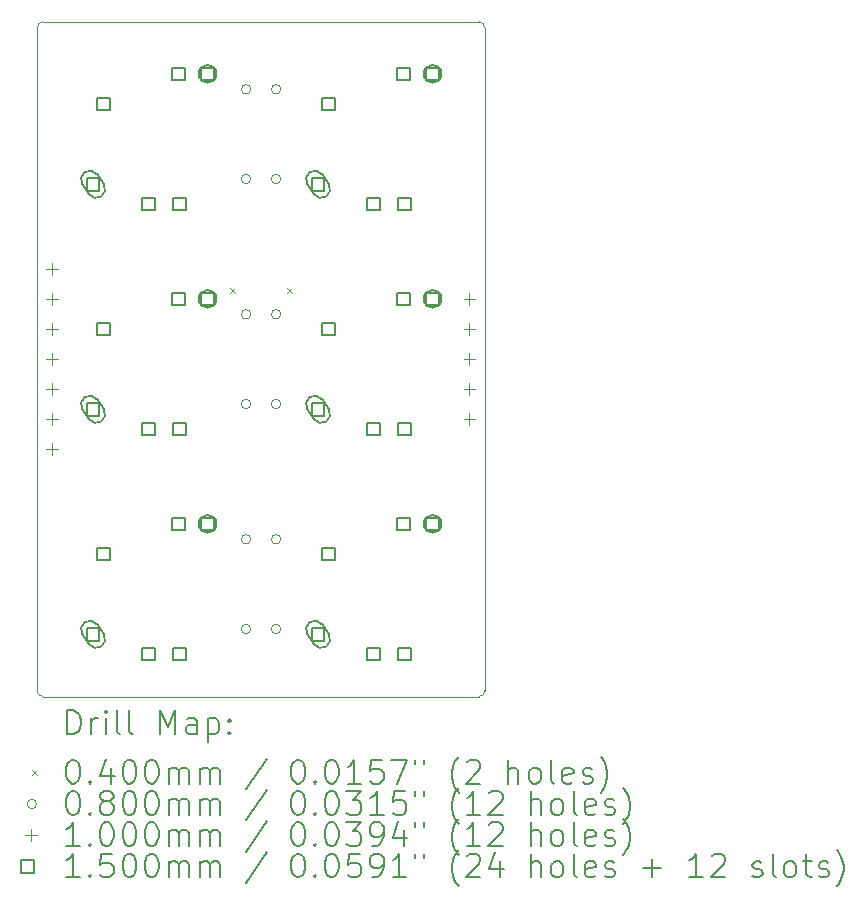
<source format=gbr>
%TF.GenerationSoftware,KiCad,Pcbnew,7.0.5*%
%TF.CreationDate,2023-08-16T13:59:17+08:00*%
%TF.ProjectId,RA,52412e6b-6963-4616-945f-706362585858,rev?*%
%TF.SameCoordinates,Original*%
%TF.FileFunction,Drillmap*%
%TF.FilePolarity,Positive*%
%FSLAX45Y45*%
G04 Gerber Fmt 4.5, Leading zero omitted, Abs format (unit mm)*
G04 Created by KiCad (PCBNEW 7.0.5) date 2023-08-16 13:59:17*
%MOMM*%
%LPD*%
G01*
G04 APERTURE LIST*
%ADD10C,0.100000*%
%ADD11C,0.200000*%
%ADD12C,0.040000*%
%ADD13C,0.080000*%
%ADD14C,0.150000*%
G04 APERTURE END LIST*
D10*
X11413500Y-4490500D02*
G75*
G03*
X11363500Y-4540500I0J-50000D01*
G01*
X15153500Y-4540500D02*
G75*
G03*
X15103500Y-4490500I-50000J0D01*
G01*
X15153500Y-10155500D02*
X15153500Y-4540500D01*
X15103500Y-4490500D02*
X11413500Y-4490500D01*
X15103500Y-10205500D02*
X11413500Y-10205500D01*
X11363500Y-10155500D02*
G75*
G03*
X11413500Y-10205500I50000J0D01*
G01*
X11363500Y-4540500D02*
X11363500Y-10155500D01*
X15103500Y-10205500D02*
G75*
G03*
X15153500Y-10155500I0J50000D01*
G01*
D11*
D12*
X12999000Y-6744000D02*
X13039000Y-6784000D01*
X13039000Y-6744000D02*
X12999000Y-6784000D01*
X13477689Y-6747773D02*
X13517689Y-6787773D01*
X13517689Y-6747773D02*
X13477689Y-6787773D01*
D13*
X13171500Y-5063000D02*
G75*
G03*
X13171500Y-5063000I-40000J0D01*
G01*
X13171500Y-5823000D02*
G75*
G03*
X13171500Y-5823000I-40000J0D01*
G01*
X13171500Y-6968000D02*
G75*
G03*
X13171500Y-6968000I-40000J0D01*
G01*
X13171500Y-7728000D02*
G75*
G03*
X13171500Y-7728000I-40000J0D01*
G01*
X13171500Y-8873000D02*
G75*
G03*
X13171500Y-8873000I-40000J0D01*
G01*
X13171500Y-9633000D02*
G75*
G03*
X13171500Y-9633000I-40000J0D01*
G01*
X13425500Y-5063000D02*
G75*
G03*
X13425500Y-5063000I-40000J0D01*
G01*
X13425500Y-5823000D02*
G75*
G03*
X13425500Y-5823000I-40000J0D01*
G01*
X13425500Y-6968000D02*
G75*
G03*
X13425500Y-6968000I-40000J0D01*
G01*
X13425500Y-7728000D02*
G75*
G03*
X13425500Y-7728000I-40000J0D01*
G01*
X13425500Y-8873000D02*
G75*
G03*
X13425500Y-8873000I-40000J0D01*
G01*
X13425500Y-9633000D02*
G75*
G03*
X13425500Y-9633000I-40000J0D01*
G01*
D10*
X11490000Y-6536000D02*
X11490000Y-6636000D01*
X11440000Y-6586000D02*
X11540000Y-6586000D01*
X11490000Y-6790000D02*
X11490000Y-6890000D01*
X11440000Y-6840000D02*
X11540000Y-6840000D01*
X11490000Y-7044000D02*
X11490000Y-7144000D01*
X11440000Y-7094000D02*
X11540000Y-7094000D01*
X11490000Y-7298000D02*
X11490000Y-7398000D01*
X11440000Y-7348000D02*
X11540000Y-7348000D01*
X11490000Y-7552000D02*
X11490000Y-7652000D01*
X11440000Y-7602000D02*
X11540000Y-7602000D01*
X11490000Y-7806000D02*
X11490000Y-7906000D01*
X11440000Y-7856000D02*
X11540000Y-7856000D01*
X11490000Y-8060000D02*
X11490000Y-8160000D01*
X11440000Y-8110000D02*
X11540000Y-8110000D01*
X15023000Y-6790000D02*
X15023000Y-6890000D01*
X14973000Y-6840000D02*
X15073000Y-6840000D01*
X15023000Y-7044000D02*
X15023000Y-7144000D01*
X14973000Y-7094000D02*
X15073000Y-7094000D01*
X15023000Y-7298000D02*
X15023000Y-7398000D01*
X14973000Y-7348000D02*
X15073000Y-7348000D01*
X15023000Y-7552000D02*
X15023000Y-7652000D01*
X14973000Y-7602000D02*
X15073000Y-7602000D01*
X15023000Y-7806000D02*
X15023000Y-7906000D01*
X14973000Y-7856000D02*
X15073000Y-7856000D01*
D14*
X11889033Y-5921033D02*
X11889033Y-5814966D01*
X11782966Y-5814966D01*
X11782966Y-5921033D01*
X11889033Y-5921033D01*
D11*
X11926139Y-5867984D02*
X11870654Y-5784789D01*
X11870654Y-5784789D02*
G75*
G03*
X11745861Y-5868016I-62397J-41613D01*
G01*
X11745861Y-5868016D02*
X11801346Y-5951211D01*
X11801346Y-5951211D02*
G75*
G03*
X11926139Y-5867984I62397J41613D01*
G01*
D14*
X11889033Y-7826033D02*
X11889033Y-7719966D01*
X11782966Y-7719966D01*
X11782966Y-7826033D01*
X11889033Y-7826033D01*
D11*
X11926139Y-7772984D02*
X11870654Y-7689789D01*
X11870654Y-7689789D02*
G75*
G03*
X11745861Y-7773016I-62397J-41613D01*
G01*
X11745861Y-7773016D02*
X11801346Y-7856211D01*
X11801346Y-7856211D02*
G75*
G03*
X11926139Y-7772984I62397J41613D01*
G01*
D14*
X11889033Y-9731034D02*
X11889033Y-9624967D01*
X11782966Y-9624967D01*
X11782966Y-9731034D01*
X11889033Y-9731034D01*
D11*
X11926139Y-9677984D02*
X11870654Y-9594789D01*
X11870654Y-9594789D02*
G75*
G03*
X11745861Y-9678016I-62397J-41613D01*
G01*
X11745861Y-9678016D02*
X11801346Y-9761211D01*
X11801346Y-9761211D02*
G75*
G03*
X11926139Y-9677984I62397J41613D01*
G01*
D14*
X11978033Y-5242034D02*
X11978033Y-5135967D01*
X11871966Y-5135967D01*
X11871966Y-5242034D01*
X11978033Y-5242034D01*
X11978033Y-7147033D02*
X11978033Y-7040966D01*
X11871966Y-7040966D01*
X11871966Y-7147033D01*
X11978033Y-7147033D01*
X11978033Y-9052034D02*
X11978033Y-8945967D01*
X11871966Y-8945967D01*
X11871966Y-9052034D01*
X11978033Y-9052034D01*
X12359033Y-6086033D02*
X12359033Y-5979966D01*
X12252966Y-5979966D01*
X12252966Y-6086033D01*
X12359033Y-6086033D01*
X12359033Y-7991033D02*
X12359033Y-7884966D01*
X12252966Y-7884966D01*
X12252966Y-7991033D01*
X12359033Y-7991033D01*
X12359033Y-9896034D02*
X12359033Y-9789967D01*
X12252966Y-9789967D01*
X12252966Y-9896034D01*
X12359033Y-9896034D01*
X12613033Y-4986034D02*
X12613033Y-4879967D01*
X12506966Y-4879967D01*
X12506966Y-4986034D01*
X12613033Y-4986034D01*
X12613033Y-6891033D02*
X12613033Y-6784966D01*
X12506966Y-6784966D01*
X12506966Y-6891033D01*
X12613033Y-6891033D01*
X12613033Y-8796034D02*
X12613033Y-8689967D01*
X12506966Y-8689967D01*
X12506966Y-8796034D01*
X12613033Y-8796034D01*
X12619033Y-6086033D02*
X12619033Y-5979966D01*
X12512966Y-5979966D01*
X12512966Y-6086033D01*
X12619033Y-6086033D01*
X12619033Y-7991033D02*
X12619033Y-7884966D01*
X12512966Y-7884966D01*
X12512966Y-7991033D01*
X12619033Y-7991033D01*
X12619033Y-9896034D02*
X12619033Y-9789967D01*
X12512966Y-9789967D01*
X12512966Y-9896034D01*
X12619033Y-9896034D01*
X12859033Y-4986034D02*
X12859033Y-4879967D01*
X12752966Y-4879967D01*
X12752966Y-4986034D01*
X12859033Y-4986034D01*
D11*
X12881000Y-4933000D02*
X12881000Y-4933000D01*
X12881000Y-4933000D02*
G75*
G03*
X12731000Y-4933000I-75000J0D01*
G01*
X12731000Y-4933000D02*
X12731000Y-4933000D01*
X12731000Y-4933000D02*
G75*
G03*
X12881000Y-4933000I75000J0D01*
G01*
D14*
X12859033Y-6891033D02*
X12859033Y-6784966D01*
X12752966Y-6784966D01*
X12752966Y-6891033D01*
X12859033Y-6891033D01*
D11*
X12881000Y-6838000D02*
X12881000Y-6838000D01*
X12881000Y-6838000D02*
G75*
G03*
X12731000Y-6838000I-75000J0D01*
G01*
X12731000Y-6838000D02*
X12731000Y-6838000D01*
X12731000Y-6838000D02*
G75*
G03*
X12881000Y-6838000I75000J0D01*
G01*
D14*
X12859033Y-8796034D02*
X12859033Y-8689967D01*
X12752966Y-8689967D01*
X12752966Y-8796034D01*
X12859033Y-8796034D01*
D11*
X12881000Y-8743000D02*
X12881000Y-8743000D01*
X12881000Y-8743000D02*
G75*
G03*
X12731000Y-8743000I-75000J0D01*
G01*
X12731000Y-8743000D02*
X12731000Y-8743000D01*
X12731000Y-8743000D02*
G75*
G03*
X12881000Y-8743000I75000J0D01*
G01*
D14*
X13794033Y-5921033D02*
X13794033Y-5814966D01*
X13687966Y-5814966D01*
X13687966Y-5921033D01*
X13794033Y-5921033D01*
D11*
X13831139Y-5867984D02*
X13775654Y-5784789D01*
X13775654Y-5784789D02*
G75*
G03*
X13650861Y-5868016I-62397J-41613D01*
G01*
X13650861Y-5868016D02*
X13706346Y-5951211D01*
X13706346Y-5951211D02*
G75*
G03*
X13831139Y-5867984I62397J41613D01*
G01*
D14*
X13794033Y-7826033D02*
X13794033Y-7719966D01*
X13687966Y-7719966D01*
X13687966Y-7826033D01*
X13794033Y-7826033D01*
D11*
X13831139Y-7772984D02*
X13775654Y-7689789D01*
X13775654Y-7689789D02*
G75*
G03*
X13650861Y-7773016I-62397J-41613D01*
G01*
X13650861Y-7773016D02*
X13706346Y-7856211D01*
X13706346Y-7856211D02*
G75*
G03*
X13831139Y-7772984I62397J41613D01*
G01*
D14*
X13794033Y-9731034D02*
X13794033Y-9624967D01*
X13687966Y-9624967D01*
X13687966Y-9731034D01*
X13794033Y-9731034D01*
D11*
X13831139Y-9677984D02*
X13775654Y-9594789D01*
X13775654Y-9594789D02*
G75*
G03*
X13650861Y-9678016I-62397J-41613D01*
G01*
X13650861Y-9678016D02*
X13706346Y-9761211D01*
X13706346Y-9761211D02*
G75*
G03*
X13831139Y-9677984I62397J41613D01*
G01*
D14*
X13883033Y-5242034D02*
X13883033Y-5135967D01*
X13776966Y-5135967D01*
X13776966Y-5242034D01*
X13883033Y-5242034D01*
X13883033Y-7147033D02*
X13883033Y-7040966D01*
X13776966Y-7040966D01*
X13776966Y-7147033D01*
X13883033Y-7147033D01*
X13883033Y-9052034D02*
X13883033Y-8945967D01*
X13776966Y-8945967D01*
X13776966Y-9052034D01*
X13883033Y-9052034D01*
X14264033Y-6086033D02*
X14264033Y-5979966D01*
X14157966Y-5979966D01*
X14157966Y-6086033D01*
X14264033Y-6086033D01*
X14264033Y-7991033D02*
X14264033Y-7884966D01*
X14157966Y-7884966D01*
X14157966Y-7991033D01*
X14264033Y-7991033D01*
X14264033Y-9896034D02*
X14264033Y-9789967D01*
X14157966Y-9789967D01*
X14157966Y-9896034D01*
X14264033Y-9896034D01*
X14518033Y-4986034D02*
X14518033Y-4879967D01*
X14411966Y-4879967D01*
X14411966Y-4986034D01*
X14518033Y-4986034D01*
X14518033Y-6891033D02*
X14518033Y-6784966D01*
X14411966Y-6784966D01*
X14411966Y-6891033D01*
X14518033Y-6891033D01*
X14518033Y-8796034D02*
X14518033Y-8689967D01*
X14411966Y-8689967D01*
X14411966Y-8796034D01*
X14518033Y-8796034D01*
X14524033Y-6086033D02*
X14524033Y-5979966D01*
X14417966Y-5979966D01*
X14417966Y-6086033D01*
X14524033Y-6086033D01*
X14524033Y-7991033D02*
X14524033Y-7884966D01*
X14417966Y-7884966D01*
X14417966Y-7991033D01*
X14524033Y-7991033D01*
X14524033Y-9896034D02*
X14524033Y-9789967D01*
X14417966Y-9789967D01*
X14417966Y-9896034D01*
X14524033Y-9896034D01*
X14764033Y-4986034D02*
X14764033Y-4879967D01*
X14657966Y-4879967D01*
X14657966Y-4986034D01*
X14764033Y-4986034D01*
D11*
X14786000Y-4933000D02*
X14786000Y-4933000D01*
X14786000Y-4933000D02*
G75*
G03*
X14636000Y-4933000I-75000J0D01*
G01*
X14636000Y-4933000D02*
X14636000Y-4933000D01*
X14636000Y-4933000D02*
G75*
G03*
X14786000Y-4933000I75000J0D01*
G01*
D14*
X14764033Y-6891033D02*
X14764033Y-6784966D01*
X14657966Y-6784966D01*
X14657966Y-6891033D01*
X14764033Y-6891033D01*
D11*
X14786000Y-6838000D02*
X14786000Y-6838000D01*
X14786000Y-6838000D02*
G75*
G03*
X14636000Y-6838000I-75000J0D01*
G01*
X14636000Y-6838000D02*
X14636000Y-6838000D01*
X14636000Y-6838000D02*
G75*
G03*
X14786000Y-6838000I75000J0D01*
G01*
D14*
X14764033Y-8796034D02*
X14764033Y-8689967D01*
X14657966Y-8689967D01*
X14657966Y-8796034D01*
X14764033Y-8796034D01*
D11*
X14786000Y-8743000D02*
X14786000Y-8743000D01*
X14786000Y-8743000D02*
G75*
G03*
X14636000Y-8743000I-75000J0D01*
G01*
X14636000Y-8743000D02*
X14636000Y-8743000D01*
X14636000Y-8743000D02*
G75*
G03*
X14786000Y-8743000I75000J0D01*
G01*
X11619277Y-10521984D02*
X11619277Y-10321984D01*
X11619277Y-10321984D02*
X11666896Y-10321984D01*
X11666896Y-10321984D02*
X11695467Y-10331508D01*
X11695467Y-10331508D02*
X11714515Y-10350555D01*
X11714515Y-10350555D02*
X11724039Y-10369603D01*
X11724039Y-10369603D02*
X11733562Y-10407698D01*
X11733562Y-10407698D02*
X11733562Y-10436270D01*
X11733562Y-10436270D02*
X11724039Y-10474365D01*
X11724039Y-10474365D02*
X11714515Y-10493412D01*
X11714515Y-10493412D02*
X11695467Y-10512460D01*
X11695467Y-10512460D02*
X11666896Y-10521984D01*
X11666896Y-10521984D02*
X11619277Y-10521984D01*
X11819277Y-10521984D02*
X11819277Y-10388650D01*
X11819277Y-10426746D02*
X11828801Y-10407698D01*
X11828801Y-10407698D02*
X11838324Y-10398174D01*
X11838324Y-10398174D02*
X11857372Y-10388650D01*
X11857372Y-10388650D02*
X11876420Y-10388650D01*
X11943086Y-10521984D02*
X11943086Y-10388650D01*
X11943086Y-10321984D02*
X11933562Y-10331508D01*
X11933562Y-10331508D02*
X11943086Y-10341031D01*
X11943086Y-10341031D02*
X11952610Y-10331508D01*
X11952610Y-10331508D02*
X11943086Y-10321984D01*
X11943086Y-10321984D02*
X11943086Y-10341031D01*
X12066896Y-10521984D02*
X12047848Y-10512460D01*
X12047848Y-10512460D02*
X12038324Y-10493412D01*
X12038324Y-10493412D02*
X12038324Y-10321984D01*
X12171658Y-10521984D02*
X12152610Y-10512460D01*
X12152610Y-10512460D02*
X12143086Y-10493412D01*
X12143086Y-10493412D02*
X12143086Y-10321984D01*
X12400229Y-10521984D02*
X12400229Y-10321984D01*
X12400229Y-10321984D02*
X12466896Y-10464841D01*
X12466896Y-10464841D02*
X12533562Y-10321984D01*
X12533562Y-10321984D02*
X12533562Y-10521984D01*
X12714515Y-10521984D02*
X12714515Y-10417222D01*
X12714515Y-10417222D02*
X12704991Y-10398174D01*
X12704991Y-10398174D02*
X12685943Y-10388650D01*
X12685943Y-10388650D02*
X12647848Y-10388650D01*
X12647848Y-10388650D02*
X12628801Y-10398174D01*
X12714515Y-10512460D02*
X12695467Y-10521984D01*
X12695467Y-10521984D02*
X12647848Y-10521984D01*
X12647848Y-10521984D02*
X12628801Y-10512460D01*
X12628801Y-10512460D02*
X12619277Y-10493412D01*
X12619277Y-10493412D02*
X12619277Y-10474365D01*
X12619277Y-10474365D02*
X12628801Y-10455317D01*
X12628801Y-10455317D02*
X12647848Y-10445793D01*
X12647848Y-10445793D02*
X12695467Y-10445793D01*
X12695467Y-10445793D02*
X12714515Y-10436270D01*
X12809753Y-10388650D02*
X12809753Y-10588650D01*
X12809753Y-10398174D02*
X12828801Y-10388650D01*
X12828801Y-10388650D02*
X12866896Y-10388650D01*
X12866896Y-10388650D02*
X12885943Y-10398174D01*
X12885943Y-10398174D02*
X12895467Y-10407698D01*
X12895467Y-10407698D02*
X12904991Y-10426746D01*
X12904991Y-10426746D02*
X12904991Y-10483889D01*
X12904991Y-10483889D02*
X12895467Y-10502936D01*
X12895467Y-10502936D02*
X12885943Y-10512460D01*
X12885943Y-10512460D02*
X12866896Y-10521984D01*
X12866896Y-10521984D02*
X12828801Y-10521984D01*
X12828801Y-10521984D02*
X12809753Y-10512460D01*
X12990705Y-10502936D02*
X13000229Y-10512460D01*
X13000229Y-10512460D02*
X12990705Y-10521984D01*
X12990705Y-10521984D02*
X12981182Y-10512460D01*
X12981182Y-10512460D02*
X12990705Y-10502936D01*
X12990705Y-10502936D02*
X12990705Y-10521984D01*
X12990705Y-10398174D02*
X13000229Y-10407698D01*
X13000229Y-10407698D02*
X12990705Y-10417222D01*
X12990705Y-10417222D02*
X12981182Y-10407698D01*
X12981182Y-10407698D02*
X12990705Y-10398174D01*
X12990705Y-10398174D02*
X12990705Y-10417222D01*
D12*
X11318500Y-10830500D02*
X11358500Y-10870500D01*
X11358500Y-10830500D02*
X11318500Y-10870500D01*
D11*
X11657372Y-10741984D02*
X11676420Y-10741984D01*
X11676420Y-10741984D02*
X11695467Y-10751508D01*
X11695467Y-10751508D02*
X11704991Y-10761031D01*
X11704991Y-10761031D02*
X11714515Y-10780079D01*
X11714515Y-10780079D02*
X11724039Y-10818174D01*
X11724039Y-10818174D02*
X11724039Y-10865793D01*
X11724039Y-10865793D02*
X11714515Y-10903889D01*
X11714515Y-10903889D02*
X11704991Y-10922936D01*
X11704991Y-10922936D02*
X11695467Y-10932460D01*
X11695467Y-10932460D02*
X11676420Y-10941984D01*
X11676420Y-10941984D02*
X11657372Y-10941984D01*
X11657372Y-10941984D02*
X11638324Y-10932460D01*
X11638324Y-10932460D02*
X11628801Y-10922936D01*
X11628801Y-10922936D02*
X11619277Y-10903889D01*
X11619277Y-10903889D02*
X11609753Y-10865793D01*
X11609753Y-10865793D02*
X11609753Y-10818174D01*
X11609753Y-10818174D02*
X11619277Y-10780079D01*
X11619277Y-10780079D02*
X11628801Y-10761031D01*
X11628801Y-10761031D02*
X11638324Y-10751508D01*
X11638324Y-10751508D02*
X11657372Y-10741984D01*
X11809753Y-10922936D02*
X11819277Y-10932460D01*
X11819277Y-10932460D02*
X11809753Y-10941984D01*
X11809753Y-10941984D02*
X11800229Y-10932460D01*
X11800229Y-10932460D02*
X11809753Y-10922936D01*
X11809753Y-10922936D02*
X11809753Y-10941984D01*
X11990705Y-10808650D02*
X11990705Y-10941984D01*
X11943086Y-10732460D02*
X11895467Y-10875317D01*
X11895467Y-10875317D02*
X12019277Y-10875317D01*
X12133562Y-10741984D02*
X12152610Y-10741984D01*
X12152610Y-10741984D02*
X12171658Y-10751508D01*
X12171658Y-10751508D02*
X12181182Y-10761031D01*
X12181182Y-10761031D02*
X12190705Y-10780079D01*
X12190705Y-10780079D02*
X12200229Y-10818174D01*
X12200229Y-10818174D02*
X12200229Y-10865793D01*
X12200229Y-10865793D02*
X12190705Y-10903889D01*
X12190705Y-10903889D02*
X12181182Y-10922936D01*
X12181182Y-10922936D02*
X12171658Y-10932460D01*
X12171658Y-10932460D02*
X12152610Y-10941984D01*
X12152610Y-10941984D02*
X12133562Y-10941984D01*
X12133562Y-10941984D02*
X12114515Y-10932460D01*
X12114515Y-10932460D02*
X12104991Y-10922936D01*
X12104991Y-10922936D02*
X12095467Y-10903889D01*
X12095467Y-10903889D02*
X12085943Y-10865793D01*
X12085943Y-10865793D02*
X12085943Y-10818174D01*
X12085943Y-10818174D02*
X12095467Y-10780079D01*
X12095467Y-10780079D02*
X12104991Y-10761031D01*
X12104991Y-10761031D02*
X12114515Y-10751508D01*
X12114515Y-10751508D02*
X12133562Y-10741984D01*
X12324039Y-10741984D02*
X12343086Y-10741984D01*
X12343086Y-10741984D02*
X12362134Y-10751508D01*
X12362134Y-10751508D02*
X12371658Y-10761031D01*
X12371658Y-10761031D02*
X12381182Y-10780079D01*
X12381182Y-10780079D02*
X12390705Y-10818174D01*
X12390705Y-10818174D02*
X12390705Y-10865793D01*
X12390705Y-10865793D02*
X12381182Y-10903889D01*
X12381182Y-10903889D02*
X12371658Y-10922936D01*
X12371658Y-10922936D02*
X12362134Y-10932460D01*
X12362134Y-10932460D02*
X12343086Y-10941984D01*
X12343086Y-10941984D02*
X12324039Y-10941984D01*
X12324039Y-10941984D02*
X12304991Y-10932460D01*
X12304991Y-10932460D02*
X12295467Y-10922936D01*
X12295467Y-10922936D02*
X12285943Y-10903889D01*
X12285943Y-10903889D02*
X12276420Y-10865793D01*
X12276420Y-10865793D02*
X12276420Y-10818174D01*
X12276420Y-10818174D02*
X12285943Y-10780079D01*
X12285943Y-10780079D02*
X12295467Y-10761031D01*
X12295467Y-10761031D02*
X12304991Y-10751508D01*
X12304991Y-10751508D02*
X12324039Y-10741984D01*
X12476420Y-10941984D02*
X12476420Y-10808650D01*
X12476420Y-10827698D02*
X12485943Y-10818174D01*
X12485943Y-10818174D02*
X12504991Y-10808650D01*
X12504991Y-10808650D02*
X12533563Y-10808650D01*
X12533563Y-10808650D02*
X12552610Y-10818174D01*
X12552610Y-10818174D02*
X12562134Y-10837222D01*
X12562134Y-10837222D02*
X12562134Y-10941984D01*
X12562134Y-10837222D02*
X12571658Y-10818174D01*
X12571658Y-10818174D02*
X12590705Y-10808650D01*
X12590705Y-10808650D02*
X12619277Y-10808650D01*
X12619277Y-10808650D02*
X12638324Y-10818174D01*
X12638324Y-10818174D02*
X12647848Y-10837222D01*
X12647848Y-10837222D02*
X12647848Y-10941984D01*
X12743086Y-10941984D02*
X12743086Y-10808650D01*
X12743086Y-10827698D02*
X12752610Y-10818174D01*
X12752610Y-10818174D02*
X12771658Y-10808650D01*
X12771658Y-10808650D02*
X12800229Y-10808650D01*
X12800229Y-10808650D02*
X12819277Y-10818174D01*
X12819277Y-10818174D02*
X12828801Y-10837222D01*
X12828801Y-10837222D02*
X12828801Y-10941984D01*
X12828801Y-10837222D02*
X12838324Y-10818174D01*
X12838324Y-10818174D02*
X12857372Y-10808650D01*
X12857372Y-10808650D02*
X12885943Y-10808650D01*
X12885943Y-10808650D02*
X12904991Y-10818174D01*
X12904991Y-10818174D02*
X12914515Y-10837222D01*
X12914515Y-10837222D02*
X12914515Y-10941984D01*
X13304991Y-10732460D02*
X13133563Y-10989603D01*
X13562134Y-10741984D02*
X13581182Y-10741984D01*
X13581182Y-10741984D02*
X13600229Y-10751508D01*
X13600229Y-10751508D02*
X13609753Y-10761031D01*
X13609753Y-10761031D02*
X13619277Y-10780079D01*
X13619277Y-10780079D02*
X13628801Y-10818174D01*
X13628801Y-10818174D02*
X13628801Y-10865793D01*
X13628801Y-10865793D02*
X13619277Y-10903889D01*
X13619277Y-10903889D02*
X13609753Y-10922936D01*
X13609753Y-10922936D02*
X13600229Y-10932460D01*
X13600229Y-10932460D02*
X13581182Y-10941984D01*
X13581182Y-10941984D02*
X13562134Y-10941984D01*
X13562134Y-10941984D02*
X13543086Y-10932460D01*
X13543086Y-10932460D02*
X13533563Y-10922936D01*
X13533563Y-10922936D02*
X13524039Y-10903889D01*
X13524039Y-10903889D02*
X13514515Y-10865793D01*
X13514515Y-10865793D02*
X13514515Y-10818174D01*
X13514515Y-10818174D02*
X13524039Y-10780079D01*
X13524039Y-10780079D02*
X13533563Y-10761031D01*
X13533563Y-10761031D02*
X13543086Y-10751508D01*
X13543086Y-10751508D02*
X13562134Y-10741984D01*
X13714515Y-10922936D02*
X13724039Y-10932460D01*
X13724039Y-10932460D02*
X13714515Y-10941984D01*
X13714515Y-10941984D02*
X13704991Y-10932460D01*
X13704991Y-10932460D02*
X13714515Y-10922936D01*
X13714515Y-10922936D02*
X13714515Y-10941984D01*
X13847848Y-10741984D02*
X13866896Y-10741984D01*
X13866896Y-10741984D02*
X13885944Y-10751508D01*
X13885944Y-10751508D02*
X13895467Y-10761031D01*
X13895467Y-10761031D02*
X13904991Y-10780079D01*
X13904991Y-10780079D02*
X13914515Y-10818174D01*
X13914515Y-10818174D02*
X13914515Y-10865793D01*
X13914515Y-10865793D02*
X13904991Y-10903889D01*
X13904991Y-10903889D02*
X13895467Y-10922936D01*
X13895467Y-10922936D02*
X13885944Y-10932460D01*
X13885944Y-10932460D02*
X13866896Y-10941984D01*
X13866896Y-10941984D02*
X13847848Y-10941984D01*
X13847848Y-10941984D02*
X13828801Y-10932460D01*
X13828801Y-10932460D02*
X13819277Y-10922936D01*
X13819277Y-10922936D02*
X13809753Y-10903889D01*
X13809753Y-10903889D02*
X13800229Y-10865793D01*
X13800229Y-10865793D02*
X13800229Y-10818174D01*
X13800229Y-10818174D02*
X13809753Y-10780079D01*
X13809753Y-10780079D02*
X13819277Y-10761031D01*
X13819277Y-10761031D02*
X13828801Y-10751508D01*
X13828801Y-10751508D02*
X13847848Y-10741984D01*
X14104991Y-10941984D02*
X13990706Y-10941984D01*
X14047848Y-10941984D02*
X14047848Y-10741984D01*
X14047848Y-10741984D02*
X14028801Y-10770555D01*
X14028801Y-10770555D02*
X14009753Y-10789603D01*
X14009753Y-10789603D02*
X13990706Y-10799127D01*
X14285944Y-10741984D02*
X14190706Y-10741984D01*
X14190706Y-10741984D02*
X14181182Y-10837222D01*
X14181182Y-10837222D02*
X14190706Y-10827698D01*
X14190706Y-10827698D02*
X14209753Y-10818174D01*
X14209753Y-10818174D02*
X14257372Y-10818174D01*
X14257372Y-10818174D02*
X14276420Y-10827698D01*
X14276420Y-10827698D02*
X14285944Y-10837222D01*
X14285944Y-10837222D02*
X14295467Y-10856270D01*
X14295467Y-10856270D02*
X14295467Y-10903889D01*
X14295467Y-10903889D02*
X14285944Y-10922936D01*
X14285944Y-10922936D02*
X14276420Y-10932460D01*
X14276420Y-10932460D02*
X14257372Y-10941984D01*
X14257372Y-10941984D02*
X14209753Y-10941984D01*
X14209753Y-10941984D02*
X14190706Y-10932460D01*
X14190706Y-10932460D02*
X14181182Y-10922936D01*
X14362134Y-10741984D02*
X14495467Y-10741984D01*
X14495467Y-10741984D02*
X14409753Y-10941984D01*
X14562134Y-10741984D02*
X14562134Y-10780079D01*
X14638325Y-10741984D02*
X14638325Y-10780079D01*
X14933563Y-11018174D02*
X14924039Y-11008650D01*
X14924039Y-11008650D02*
X14904991Y-10980079D01*
X14904991Y-10980079D02*
X14895468Y-10961031D01*
X14895468Y-10961031D02*
X14885944Y-10932460D01*
X14885944Y-10932460D02*
X14876420Y-10884841D01*
X14876420Y-10884841D02*
X14876420Y-10846746D01*
X14876420Y-10846746D02*
X14885944Y-10799127D01*
X14885944Y-10799127D02*
X14895468Y-10770555D01*
X14895468Y-10770555D02*
X14904991Y-10751508D01*
X14904991Y-10751508D02*
X14924039Y-10722936D01*
X14924039Y-10722936D02*
X14933563Y-10713412D01*
X15000229Y-10761031D02*
X15009753Y-10751508D01*
X15009753Y-10751508D02*
X15028801Y-10741984D01*
X15028801Y-10741984D02*
X15076420Y-10741984D01*
X15076420Y-10741984D02*
X15095468Y-10751508D01*
X15095468Y-10751508D02*
X15104991Y-10761031D01*
X15104991Y-10761031D02*
X15114515Y-10780079D01*
X15114515Y-10780079D02*
X15114515Y-10799127D01*
X15114515Y-10799127D02*
X15104991Y-10827698D01*
X15104991Y-10827698D02*
X14990706Y-10941984D01*
X14990706Y-10941984D02*
X15114515Y-10941984D01*
X15352610Y-10941984D02*
X15352610Y-10741984D01*
X15438325Y-10941984D02*
X15438325Y-10837222D01*
X15438325Y-10837222D02*
X15428801Y-10818174D01*
X15428801Y-10818174D02*
X15409753Y-10808650D01*
X15409753Y-10808650D02*
X15381182Y-10808650D01*
X15381182Y-10808650D02*
X15362134Y-10818174D01*
X15362134Y-10818174D02*
X15352610Y-10827698D01*
X15562134Y-10941984D02*
X15543087Y-10932460D01*
X15543087Y-10932460D02*
X15533563Y-10922936D01*
X15533563Y-10922936D02*
X15524039Y-10903889D01*
X15524039Y-10903889D02*
X15524039Y-10846746D01*
X15524039Y-10846746D02*
X15533563Y-10827698D01*
X15533563Y-10827698D02*
X15543087Y-10818174D01*
X15543087Y-10818174D02*
X15562134Y-10808650D01*
X15562134Y-10808650D02*
X15590706Y-10808650D01*
X15590706Y-10808650D02*
X15609753Y-10818174D01*
X15609753Y-10818174D02*
X15619277Y-10827698D01*
X15619277Y-10827698D02*
X15628801Y-10846746D01*
X15628801Y-10846746D02*
X15628801Y-10903889D01*
X15628801Y-10903889D02*
X15619277Y-10922936D01*
X15619277Y-10922936D02*
X15609753Y-10932460D01*
X15609753Y-10932460D02*
X15590706Y-10941984D01*
X15590706Y-10941984D02*
X15562134Y-10941984D01*
X15743087Y-10941984D02*
X15724039Y-10932460D01*
X15724039Y-10932460D02*
X15714515Y-10913412D01*
X15714515Y-10913412D02*
X15714515Y-10741984D01*
X15895468Y-10932460D02*
X15876420Y-10941984D01*
X15876420Y-10941984D02*
X15838325Y-10941984D01*
X15838325Y-10941984D02*
X15819277Y-10932460D01*
X15819277Y-10932460D02*
X15809753Y-10913412D01*
X15809753Y-10913412D02*
X15809753Y-10837222D01*
X15809753Y-10837222D02*
X15819277Y-10818174D01*
X15819277Y-10818174D02*
X15838325Y-10808650D01*
X15838325Y-10808650D02*
X15876420Y-10808650D01*
X15876420Y-10808650D02*
X15895468Y-10818174D01*
X15895468Y-10818174D02*
X15904991Y-10837222D01*
X15904991Y-10837222D02*
X15904991Y-10856270D01*
X15904991Y-10856270D02*
X15809753Y-10875317D01*
X15981182Y-10932460D02*
X16000230Y-10941984D01*
X16000230Y-10941984D02*
X16038325Y-10941984D01*
X16038325Y-10941984D02*
X16057372Y-10932460D01*
X16057372Y-10932460D02*
X16066896Y-10913412D01*
X16066896Y-10913412D02*
X16066896Y-10903889D01*
X16066896Y-10903889D02*
X16057372Y-10884841D01*
X16057372Y-10884841D02*
X16038325Y-10875317D01*
X16038325Y-10875317D02*
X16009753Y-10875317D01*
X16009753Y-10875317D02*
X15990706Y-10865793D01*
X15990706Y-10865793D02*
X15981182Y-10846746D01*
X15981182Y-10846746D02*
X15981182Y-10837222D01*
X15981182Y-10837222D02*
X15990706Y-10818174D01*
X15990706Y-10818174D02*
X16009753Y-10808650D01*
X16009753Y-10808650D02*
X16038325Y-10808650D01*
X16038325Y-10808650D02*
X16057372Y-10818174D01*
X16133563Y-11018174D02*
X16143087Y-11008650D01*
X16143087Y-11008650D02*
X16162134Y-10980079D01*
X16162134Y-10980079D02*
X16171658Y-10961031D01*
X16171658Y-10961031D02*
X16181182Y-10932460D01*
X16181182Y-10932460D02*
X16190706Y-10884841D01*
X16190706Y-10884841D02*
X16190706Y-10846746D01*
X16190706Y-10846746D02*
X16181182Y-10799127D01*
X16181182Y-10799127D02*
X16171658Y-10770555D01*
X16171658Y-10770555D02*
X16162134Y-10751508D01*
X16162134Y-10751508D02*
X16143087Y-10722936D01*
X16143087Y-10722936D02*
X16133563Y-10713412D01*
D13*
X11358500Y-11114500D02*
G75*
G03*
X11358500Y-11114500I-40000J0D01*
G01*
D11*
X11657372Y-11005984D02*
X11676420Y-11005984D01*
X11676420Y-11005984D02*
X11695467Y-11015508D01*
X11695467Y-11015508D02*
X11704991Y-11025031D01*
X11704991Y-11025031D02*
X11714515Y-11044079D01*
X11714515Y-11044079D02*
X11724039Y-11082174D01*
X11724039Y-11082174D02*
X11724039Y-11129793D01*
X11724039Y-11129793D02*
X11714515Y-11167889D01*
X11714515Y-11167889D02*
X11704991Y-11186936D01*
X11704991Y-11186936D02*
X11695467Y-11196460D01*
X11695467Y-11196460D02*
X11676420Y-11205984D01*
X11676420Y-11205984D02*
X11657372Y-11205984D01*
X11657372Y-11205984D02*
X11638324Y-11196460D01*
X11638324Y-11196460D02*
X11628801Y-11186936D01*
X11628801Y-11186936D02*
X11619277Y-11167889D01*
X11619277Y-11167889D02*
X11609753Y-11129793D01*
X11609753Y-11129793D02*
X11609753Y-11082174D01*
X11609753Y-11082174D02*
X11619277Y-11044079D01*
X11619277Y-11044079D02*
X11628801Y-11025031D01*
X11628801Y-11025031D02*
X11638324Y-11015508D01*
X11638324Y-11015508D02*
X11657372Y-11005984D01*
X11809753Y-11186936D02*
X11819277Y-11196460D01*
X11819277Y-11196460D02*
X11809753Y-11205984D01*
X11809753Y-11205984D02*
X11800229Y-11196460D01*
X11800229Y-11196460D02*
X11809753Y-11186936D01*
X11809753Y-11186936D02*
X11809753Y-11205984D01*
X11933562Y-11091698D02*
X11914515Y-11082174D01*
X11914515Y-11082174D02*
X11904991Y-11072650D01*
X11904991Y-11072650D02*
X11895467Y-11053603D01*
X11895467Y-11053603D02*
X11895467Y-11044079D01*
X11895467Y-11044079D02*
X11904991Y-11025031D01*
X11904991Y-11025031D02*
X11914515Y-11015508D01*
X11914515Y-11015508D02*
X11933562Y-11005984D01*
X11933562Y-11005984D02*
X11971658Y-11005984D01*
X11971658Y-11005984D02*
X11990705Y-11015508D01*
X11990705Y-11015508D02*
X12000229Y-11025031D01*
X12000229Y-11025031D02*
X12009753Y-11044079D01*
X12009753Y-11044079D02*
X12009753Y-11053603D01*
X12009753Y-11053603D02*
X12000229Y-11072650D01*
X12000229Y-11072650D02*
X11990705Y-11082174D01*
X11990705Y-11082174D02*
X11971658Y-11091698D01*
X11971658Y-11091698D02*
X11933562Y-11091698D01*
X11933562Y-11091698D02*
X11914515Y-11101222D01*
X11914515Y-11101222D02*
X11904991Y-11110746D01*
X11904991Y-11110746D02*
X11895467Y-11129793D01*
X11895467Y-11129793D02*
X11895467Y-11167889D01*
X11895467Y-11167889D02*
X11904991Y-11186936D01*
X11904991Y-11186936D02*
X11914515Y-11196460D01*
X11914515Y-11196460D02*
X11933562Y-11205984D01*
X11933562Y-11205984D02*
X11971658Y-11205984D01*
X11971658Y-11205984D02*
X11990705Y-11196460D01*
X11990705Y-11196460D02*
X12000229Y-11186936D01*
X12000229Y-11186936D02*
X12009753Y-11167889D01*
X12009753Y-11167889D02*
X12009753Y-11129793D01*
X12009753Y-11129793D02*
X12000229Y-11110746D01*
X12000229Y-11110746D02*
X11990705Y-11101222D01*
X11990705Y-11101222D02*
X11971658Y-11091698D01*
X12133562Y-11005984D02*
X12152610Y-11005984D01*
X12152610Y-11005984D02*
X12171658Y-11015508D01*
X12171658Y-11015508D02*
X12181182Y-11025031D01*
X12181182Y-11025031D02*
X12190705Y-11044079D01*
X12190705Y-11044079D02*
X12200229Y-11082174D01*
X12200229Y-11082174D02*
X12200229Y-11129793D01*
X12200229Y-11129793D02*
X12190705Y-11167889D01*
X12190705Y-11167889D02*
X12181182Y-11186936D01*
X12181182Y-11186936D02*
X12171658Y-11196460D01*
X12171658Y-11196460D02*
X12152610Y-11205984D01*
X12152610Y-11205984D02*
X12133562Y-11205984D01*
X12133562Y-11205984D02*
X12114515Y-11196460D01*
X12114515Y-11196460D02*
X12104991Y-11186936D01*
X12104991Y-11186936D02*
X12095467Y-11167889D01*
X12095467Y-11167889D02*
X12085943Y-11129793D01*
X12085943Y-11129793D02*
X12085943Y-11082174D01*
X12085943Y-11082174D02*
X12095467Y-11044079D01*
X12095467Y-11044079D02*
X12104991Y-11025031D01*
X12104991Y-11025031D02*
X12114515Y-11015508D01*
X12114515Y-11015508D02*
X12133562Y-11005984D01*
X12324039Y-11005984D02*
X12343086Y-11005984D01*
X12343086Y-11005984D02*
X12362134Y-11015508D01*
X12362134Y-11015508D02*
X12371658Y-11025031D01*
X12371658Y-11025031D02*
X12381182Y-11044079D01*
X12381182Y-11044079D02*
X12390705Y-11082174D01*
X12390705Y-11082174D02*
X12390705Y-11129793D01*
X12390705Y-11129793D02*
X12381182Y-11167889D01*
X12381182Y-11167889D02*
X12371658Y-11186936D01*
X12371658Y-11186936D02*
X12362134Y-11196460D01*
X12362134Y-11196460D02*
X12343086Y-11205984D01*
X12343086Y-11205984D02*
X12324039Y-11205984D01*
X12324039Y-11205984D02*
X12304991Y-11196460D01*
X12304991Y-11196460D02*
X12295467Y-11186936D01*
X12295467Y-11186936D02*
X12285943Y-11167889D01*
X12285943Y-11167889D02*
X12276420Y-11129793D01*
X12276420Y-11129793D02*
X12276420Y-11082174D01*
X12276420Y-11082174D02*
X12285943Y-11044079D01*
X12285943Y-11044079D02*
X12295467Y-11025031D01*
X12295467Y-11025031D02*
X12304991Y-11015508D01*
X12304991Y-11015508D02*
X12324039Y-11005984D01*
X12476420Y-11205984D02*
X12476420Y-11072650D01*
X12476420Y-11091698D02*
X12485943Y-11082174D01*
X12485943Y-11082174D02*
X12504991Y-11072650D01*
X12504991Y-11072650D02*
X12533563Y-11072650D01*
X12533563Y-11072650D02*
X12552610Y-11082174D01*
X12552610Y-11082174D02*
X12562134Y-11101222D01*
X12562134Y-11101222D02*
X12562134Y-11205984D01*
X12562134Y-11101222D02*
X12571658Y-11082174D01*
X12571658Y-11082174D02*
X12590705Y-11072650D01*
X12590705Y-11072650D02*
X12619277Y-11072650D01*
X12619277Y-11072650D02*
X12638324Y-11082174D01*
X12638324Y-11082174D02*
X12647848Y-11101222D01*
X12647848Y-11101222D02*
X12647848Y-11205984D01*
X12743086Y-11205984D02*
X12743086Y-11072650D01*
X12743086Y-11091698D02*
X12752610Y-11082174D01*
X12752610Y-11082174D02*
X12771658Y-11072650D01*
X12771658Y-11072650D02*
X12800229Y-11072650D01*
X12800229Y-11072650D02*
X12819277Y-11082174D01*
X12819277Y-11082174D02*
X12828801Y-11101222D01*
X12828801Y-11101222D02*
X12828801Y-11205984D01*
X12828801Y-11101222D02*
X12838324Y-11082174D01*
X12838324Y-11082174D02*
X12857372Y-11072650D01*
X12857372Y-11072650D02*
X12885943Y-11072650D01*
X12885943Y-11072650D02*
X12904991Y-11082174D01*
X12904991Y-11082174D02*
X12914515Y-11101222D01*
X12914515Y-11101222D02*
X12914515Y-11205984D01*
X13304991Y-10996460D02*
X13133563Y-11253603D01*
X13562134Y-11005984D02*
X13581182Y-11005984D01*
X13581182Y-11005984D02*
X13600229Y-11015508D01*
X13600229Y-11015508D02*
X13609753Y-11025031D01*
X13609753Y-11025031D02*
X13619277Y-11044079D01*
X13619277Y-11044079D02*
X13628801Y-11082174D01*
X13628801Y-11082174D02*
X13628801Y-11129793D01*
X13628801Y-11129793D02*
X13619277Y-11167889D01*
X13619277Y-11167889D02*
X13609753Y-11186936D01*
X13609753Y-11186936D02*
X13600229Y-11196460D01*
X13600229Y-11196460D02*
X13581182Y-11205984D01*
X13581182Y-11205984D02*
X13562134Y-11205984D01*
X13562134Y-11205984D02*
X13543086Y-11196460D01*
X13543086Y-11196460D02*
X13533563Y-11186936D01*
X13533563Y-11186936D02*
X13524039Y-11167889D01*
X13524039Y-11167889D02*
X13514515Y-11129793D01*
X13514515Y-11129793D02*
X13514515Y-11082174D01*
X13514515Y-11082174D02*
X13524039Y-11044079D01*
X13524039Y-11044079D02*
X13533563Y-11025031D01*
X13533563Y-11025031D02*
X13543086Y-11015508D01*
X13543086Y-11015508D02*
X13562134Y-11005984D01*
X13714515Y-11186936D02*
X13724039Y-11196460D01*
X13724039Y-11196460D02*
X13714515Y-11205984D01*
X13714515Y-11205984D02*
X13704991Y-11196460D01*
X13704991Y-11196460D02*
X13714515Y-11186936D01*
X13714515Y-11186936D02*
X13714515Y-11205984D01*
X13847848Y-11005984D02*
X13866896Y-11005984D01*
X13866896Y-11005984D02*
X13885944Y-11015508D01*
X13885944Y-11015508D02*
X13895467Y-11025031D01*
X13895467Y-11025031D02*
X13904991Y-11044079D01*
X13904991Y-11044079D02*
X13914515Y-11082174D01*
X13914515Y-11082174D02*
X13914515Y-11129793D01*
X13914515Y-11129793D02*
X13904991Y-11167889D01*
X13904991Y-11167889D02*
X13895467Y-11186936D01*
X13895467Y-11186936D02*
X13885944Y-11196460D01*
X13885944Y-11196460D02*
X13866896Y-11205984D01*
X13866896Y-11205984D02*
X13847848Y-11205984D01*
X13847848Y-11205984D02*
X13828801Y-11196460D01*
X13828801Y-11196460D02*
X13819277Y-11186936D01*
X13819277Y-11186936D02*
X13809753Y-11167889D01*
X13809753Y-11167889D02*
X13800229Y-11129793D01*
X13800229Y-11129793D02*
X13800229Y-11082174D01*
X13800229Y-11082174D02*
X13809753Y-11044079D01*
X13809753Y-11044079D02*
X13819277Y-11025031D01*
X13819277Y-11025031D02*
X13828801Y-11015508D01*
X13828801Y-11015508D02*
X13847848Y-11005984D01*
X13981182Y-11005984D02*
X14104991Y-11005984D01*
X14104991Y-11005984D02*
X14038325Y-11082174D01*
X14038325Y-11082174D02*
X14066896Y-11082174D01*
X14066896Y-11082174D02*
X14085944Y-11091698D01*
X14085944Y-11091698D02*
X14095467Y-11101222D01*
X14095467Y-11101222D02*
X14104991Y-11120270D01*
X14104991Y-11120270D02*
X14104991Y-11167889D01*
X14104991Y-11167889D02*
X14095467Y-11186936D01*
X14095467Y-11186936D02*
X14085944Y-11196460D01*
X14085944Y-11196460D02*
X14066896Y-11205984D01*
X14066896Y-11205984D02*
X14009753Y-11205984D01*
X14009753Y-11205984D02*
X13990706Y-11196460D01*
X13990706Y-11196460D02*
X13981182Y-11186936D01*
X14295467Y-11205984D02*
X14181182Y-11205984D01*
X14238325Y-11205984D02*
X14238325Y-11005984D01*
X14238325Y-11005984D02*
X14219277Y-11034555D01*
X14219277Y-11034555D02*
X14200229Y-11053603D01*
X14200229Y-11053603D02*
X14181182Y-11063127D01*
X14476420Y-11005984D02*
X14381182Y-11005984D01*
X14381182Y-11005984D02*
X14371658Y-11101222D01*
X14371658Y-11101222D02*
X14381182Y-11091698D01*
X14381182Y-11091698D02*
X14400229Y-11082174D01*
X14400229Y-11082174D02*
X14447848Y-11082174D01*
X14447848Y-11082174D02*
X14466896Y-11091698D01*
X14466896Y-11091698D02*
X14476420Y-11101222D01*
X14476420Y-11101222D02*
X14485944Y-11120270D01*
X14485944Y-11120270D02*
X14485944Y-11167889D01*
X14485944Y-11167889D02*
X14476420Y-11186936D01*
X14476420Y-11186936D02*
X14466896Y-11196460D01*
X14466896Y-11196460D02*
X14447848Y-11205984D01*
X14447848Y-11205984D02*
X14400229Y-11205984D01*
X14400229Y-11205984D02*
X14381182Y-11196460D01*
X14381182Y-11196460D02*
X14371658Y-11186936D01*
X14562134Y-11005984D02*
X14562134Y-11044079D01*
X14638325Y-11005984D02*
X14638325Y-11044079D01*
X14933563Y-11282174D02*
X14924039Y-11272650D01*
X14924039Y-11272650D02*
X14904991Y-11244079D01*
X14904991Y-11244079D02*
X14895468Y-11225031D01*
X14895468Y-11225031D02*
X14885944Y-11196460D01*
X14885944Y-11196460D02*
X14876420Y-11148841D01*
X14876420Y-11148841D02*
X14876420Y-11110746D01*
X14876420Y-11110746D02*
X14885944Y-11063127D01*
X14885944Y-11063127D02*
X14895468Y-11034555D01*
X14895468Y-11034555D02*
X14904991Y-11015508D01*
X14904991Y-11015508D02*
X14924039Y-10986936D01*
X14924039Y-10986936D02*
X14933563Y-10977412D01*
X15114515Y-11205984D02*
X15000229Y-11205984D01*
X15057372Y-11205984D02*
X15057372Y-11005984D01*
X15057372Y-11005984D02*
X15038325Y-11034555D01*
X15038325Y-11034555D02*
X15019277Y-11053603D01*
X15019277Y-11053603D02*
X15000229Y-11063127D01*
X15190706Y-11025031D02*
X15200229Y-11015508D01*
X15200229Y-11015508D02*
X15219277Y-11005984D01*
X15219277Y-11005984D02*
X15266896Y-11005984D01*
X15266896Y-11005984D02*
X15285944Y-11015508D01*
X15285944Y-11015508D02*
X15295468Y-11025031D01*
X15295468Y-11025031D02*
X15304991Y-11044079D01*
X15304991Y-11044079D02*
X15304991Y-11063127D01*
X15304991Y-11063127D02*
X15295468Y-11091698D01*
X15295468Y-11091698D02*
X15181182Y-11205984D01*
X15181182Y-11205984D02*
X15304991Y-11205984D01*
X15543087Y-11205984D02*
X15543087Y-11005984D01*
X15628801Y-11205984D02*
X15628801Y-11101222D01*
X15628801Y-11101222D02*
X15619277Y-11082174D01*
X15619277Y-11082174D02*
X15600230Y-11072650D01*
X15600230Y-11072650D02*
X15571658Y-11072650D01*
X15571658Y-11072650D02*
X15552610Y-11082174D01*
X15552610Y-11082174D02*
X15543087Y-11091698D01*
X15752610Y-11205984D02*
X15733563Y-11196460D01*
X15733563Y-11196460D02*
X15724039Y-11186936D01*
X15724039Y-11186936D02*
X15714515Y-11167889D01*
X15714515Y-11167889D02*
X15714515Y-11110746D01*
X15714515Y-11110746D02*
X15724039Y-11091698D01*
X15724039Y-11091698D02*
X15733563Y-11082174D01*
X15733563Y-11082174D02*
X15752610Y-11072650D01*
X15752610Y-11072650D02*
X15781182Y-11072650D01*
X15781182Y-11072650D02*
X15800230Y-11082174D01*
X15800230Y-11082174D02*
X15809753Y-11091698D01*
X15809753Y-11091698D02*
X15819277Y-11110746D01*
X15819277Y-11110746D02*
X15819277Y-11167889D01*
X15819277Y-11167889D02*
X15809753Y-11186936D01*
X15809753Y-11186936D02*
X15800230Y-11196460D01*
X15800230Y-11196460D02*
X15781182Y-11205984D01*
X15781182Y-11205984D02*
X15752610Y-11205984D01*
X15933563Y-11205984D02*
X15914515Y-11196460D01*
X15914515Y-11196460D02*
X15904991Y-11177412D01*
X15904991Y-11177412D02*
X15904991Y-11005984D01*
X16085944Y-11196460D02*
X16066896Y-11205984D01*
X16066896Y-11205984D02*
X16028801Y-11205984D01*
X16028801Y-11205984D02*
X16009753Y-11196460D01*
X16009753Y-11196460D02*
X16000230Y-11177412D01*
X16000230Y-11177412D02*
X16000230Y-11101222D01*
X16000230Y-11101222D02*
X16009753Y-11082174D01*
X16009753Y-11082174D02*
X16028801Y-11072650D01*
X16028801Y-11072650D02*
X16066896Y-11072650D01*
X16066896Y-11072650D02*
X16085944Y-11082174D01*
X16085944Y-11082174D02*
X16095468Y-11101222D01*
X16095468Y-11101222D02*
X16095468Y-11120270D01*
X16095468Y-11120270D02*
X16000230Y-11139317D01*
X16171658Y-11196460D02*
X16190706Y-11205984D01*
X16190706Y-11205984D02*
X16228801Y-11205984D01*
X16228801Y-11205984D02*
X16247849Y-11196460D01*
X16247849Y-11196460D02*
X16257372Y-11177412D01*
X16257372Y-11177412D02*
X16257372Y-11167889D01*
X16257372Y-11167889D02*
X16247849Y-11148841D01*
X16247849Y-11148841D02*
X16228801Y-11139317D01*
X16228801Y-11139317D02*
X16200230Y-11139317D01*
X16200230Y-11139317D02*
X16181182Y-11129793D01*
X16181182Y-11129793D02*
X16171658Y-11110746D01*
X16171658Y-11110746D02*
X16171658Y-11101222D01*
X16171658Y-11101222D02*
X16181182Y-11082174D01*
X16181182Y-11082174D02*
X16200230Y-11072650D01*
X16200230Y-11072650D02*
X16228801Y-11072650D01*
X16228801Y-11072650D02*
X16247849Y-11082174D01*
X16324039Y-11282174D02*
X16333563Y-11272650D01*
X16333563Y-11272650D02*
X16352611Y-11244079D01*
X16352611Y-11244079D02*
X16362134Y-11225031D01*
X16362134Y-11225031D02*
X16371658Y-11196460D01*
X16371658Y-11196460D02*
X16381182Y-11148841D01*
X16381182Y-11148841D02*
X16381182Y-11110746D01*
X16381182Y-11110746D02*
X16371658Y-11063127D01*
X16371658Y-11063127D02*
X16362134Y-11034555D01*
X16362134Y-11034555D02*
X16352611Y-11015508D01*
X16352611Y-11015508D02*
X16333563Y-10986936D01*
X16333563Y-10986936D02*
X16324039Y-10977412D01*
D10*
X11308500Y-11328500D02*
X11308500Y-11428500D01*
X11258500Y-11378500D02*
X11358500Y-11378500D01*
D11*
X11724039Y-11469984D02*
X11609753Y-11469984D01*
X11666896Y-11469984D02*
X11666896Y-11269984D01*
X11666896Y-11269984D02*
X11647848Y-11298555D01*
X11647848Y-11298555D02*
X11628801Y-11317603D01*
X11628801Y-11317603D02*
X11609753Y-11327127D01*
X11809753Y-11450936D02*
X11819277Y-11460460D01*
X11819277Y-11460460D02*
X11809753Y-11469984D01*
X11809753Y-11469984D02*
X11800229Y-11460460D01*
X11800229Y-11460460D02*
X11809753Y-11450936D01*
X11809753Y-11450936D02*
X11809753Y-11469984D01*
X11943086Y-11269984D02*
X11962134Y-11269984D01*
X11962134Y-11269984D02*
X11981182Y-11279508D01*
X11981182Y-11279508D02*
X11990705Y-11289031D01*
X11990705Y-11289031D02*
X12000229Y-11308079D01*
X12000229Y-11308079D02*
X12009753Y-11346174D01*
X12009753Y-11346174D02*
X12009753Y-11393793D01*
X12009753Y-11393793D02*
X12000229Y-11431888D01*
X12000229Y-11431888D02*
X11990705Y-11450936D01*
X11990705Y-11450936D02*
X11981182Y-11460460D01*
X11981182Y-11460460D02*
X11962134Y-11469984D01*
X11962134Y-11469984D02*
X11943086Y-11469984D01*
X11943086Y-11469984D02*
X11924039Y-11460460D01*
X11924039Y-11460460D02*
X11914515Y-11450936D01*
X11914515Y-11450936D02*
X11904991Y-11431888D01*
X11904991Y-11431888D02*
X11895467Y-11393793D01*
X11895467Y-11393793D02*
X11895467Y-11346174D01*
X11895467Y-11346174D02*
X11904991Y-11308079D01*
X11904991Y-11308079D02*
X11914515Y-11289031D01*
X11914515Y-11289031D02*
X11924039Y-11279508D01*
X11924039Y-11279508D02*
X11943086Y-11269984D01*
X12133562Y-11269984D02*
X12152610Y-11269984D01*
X12152610Y-11269984D02*
X12171658Y-11279508D01*
X12171658Y-11279508D02*
X12181182Y-11289031D01*
X12181182Y-11289031D02*
X12190705Y-11308079D01*
X12190705Y-11308079D02*
X12200229Y-11346174D01*
X12200229Y-11346174D02*
X12200229Y-11393793D01*
X12200229Y-11393793D02*
X12190705Y-11431888D01*
X12190705Y-11431888D02*
X12181182Y-11450936D01*
X12181182Y-11450936D02*
X12171658Y-11460460D01*
X12171658Y-11460460D02*
X12152610Y-11469984D01*
X12152610Y-11469984D02*
X12133562Y-11469984D01*
X12133562Y-11469984D02*
X12114515Y-11460460D01*
X12114515Y-11460460D02*
X12104991Y-11450936D01*
X12104991Y-11450936D02*
X12095467Y-11431888D01*
X12095467Y-11431888D02*
X12085943Y-11393793D01*
X12085943Y-11393793D02*
X12085943Y-11346174D01*
X12085943Y-11346174D02*
X12095467Y-11308079D01*
X12095467Y-11308079D02*
X12104991Y-11289031D01*
X12104991Y-11289031D02*
X12114515Y-11279508D01*
X12114515Y-11279508D02*
X12133562Y-11269984D01*
X12324039Y-11269984D02*
X12343086Y-11269984D01*
X12343086Y-11269984D02*
X12362134Y-11279508D01*
X12362134Y-11279508D02*
X12371658Y-11289031D01*
X12371658Y-11289031D02*
X12381182Y-11308079D01*
X12381182Y-11308079D02*
X12390705Y-11346174D01*
X12390705Y-11346174D02*
X12390705Y-11393793D01*
X12390705Y-11393793D02*
X12381182Y-11431888D01*
X12381182Y-11431888D02*
X12371658Y-11450936D01*
X12371658Y-11450936D02*
X12362134Y-11460460D01*
X12362134Y-11460460D02*
X12343086Y-11469984D01*
X12343086Y-11469984D02*
X12324039Y-11469984D01*
X12324039Y-11469984D02*
X12304991Y-11460460D01*
X12304991Y-11460460D02*
X12295467Y-11450936D01*
X12295467Y-11450936D02*
X12285943Y-11431888D01*
X12285943Y-11431888D02*
X12276420Y-11393793D01*
X12276420Y-11393793D02*
X12276420Y-11346174D01*
X12276420Y-11346174D02*
X12285943Y-11308079D01*
X12285943Y-11308079D02*
X12295467Y-11289031D01*
X12295467Y-11289031D02*
X12304991Y-11279508D01*
X12304991Y-11279508D02*
X12324039Y-11269984D01*
X12476420Y-11469984D02*
X12476420Y-11336650D01*
X12476420Y-11355698D02*
X12485943Y-11346174D01*
X12485943Y-11346174D02*
X12504991Y-11336650D01*
X12504991Y-11336650D02*
X12533563Y-11336650D01*
X12533563Y-11336650D02*
X12552610Y-11346174D01*
X12552610Y-11346174D02*
X12562134Y-11365222D01*
X12562134Y-11365222D02*
X12562134Y-11469984D01*
X12562134Y-11365222D02*
X12571658Y-11346174D01*
X12571658Y-11346174D02*
X12590705Y-11336650D01*
X12590705Y-11336650D02*
X12619277Y-11336650D01*
X12619277Y-11336650D02*
X12638324Y-11346174D01*
X12638324Y-11346174D02*
X12647848Y-11365222D01*
X12647848Y-11365222D02*
X12647848Y-11469984D01*
X12743086Y-11469984D02*
X12743086Y-11336650D01*
X12743086Y-11355698D02*
X12752610Y-11346174D01*
X12752610Y-11346174D02*
X12771658Y-11336650D01*
X12771658Y-11336650D02*
X12800229Y-11336650D01*
X12800229Y-11336650D02*
X12819277Y-11346174D01*
X12819277Y-11346174D02*
X12828801Y-11365222D01*
X12828801Y-11365222D02*
X12828801Y-11469984D01*
X12828801Y-11365222D02*
X12838324Y-11346174D01*
X12838324Y-11346174D02*
X12857372Y-11336650D01*
X12857372Y-11336650D02*
X12885943Y-11336650D01*
X12885943Y-11336650D02*
X12904991Y-11346174D01*
X12904991Y-11346174D02*
X12914515Y-11365222D01*
X12914515Y-11365222D02*
X12914515Y-11469984D01*
X13304991Y-11260460D02*
X13133563Y-11517603D01*
X13562134Y-11269984D02*
X13581182Y-11269984D01*
X13581182Y-11269984D02*
X13600229Y-11279508D01*
X13600229Y-11279508D02*
X13609753Y-11289031D01*
X13609753Y-11289031D02*
X13619277Y-11308079D01*
X13619277Y-11308079D02*
X13628801Y-11346174D01*
X13628801Y-11346174D02*
X13628801Y-11393793D01*
X13628801Y-11393793D02*
X13619277Y-11431888D01*
X13619277Y-11431888D02*
X13609753Y-11450936D01*
X13609753Y-11450936D02*
X13600229Y-11460460D01*
X13600229Y-11460460D02*
X13581182Y-11469984D01*
X13581182Y-11469984D02*
X13562134Y-11469984D01*
X13562134Y-11469984D02*
X13543086Y-11460460D01*
X13543086Y-11460460D02*
X13533563Y-11450936D01*
X13533563Y-11450936D02*
X13524039Y-11431888D01*
X13524039Y-11431888D02*
X13514515Y-11393793D01*
X13514515Y-11393793D02*
X13514515Y-11346174D01*
X13514515Y-11346174D02*
X13524039Y-11308079D01*
X13524039Y-11308079D02*
X13533563Y-11289031D01*
X13533563Y-11289031D02*
X13543086Y-11279508D01*
X13543086Y-11279508D02*
X13562134Y-11269984D01*
X13714515Y-11450936D02*
X13724039Y-11460460D01*
X13724039Y-11460460D02*
X13714515Y-11469984D01*
X13714515Y-11469984D02*
X13704991Y-11460460D01*
X13704991Y-11460460D02*
X13714515Y-11450936D01*
X13714515Y-11450936D02*
X13714515Y-11469984D01*
X13847848Y-11269984D02*
X13866896Y-11269984D01*
X13866896Y-11269984D02*
X13885944Y-11279508D01*
X13885944Y-11279508D02*
X13895467Y-11289031D01*
X13895467Y-11289031D02*
X13904991Y-11308079D01*
X13904991Y-11308079D02*
X13914515Y-11346174D01*
X13914515Y-11346174D02*
X13914515Y-11393793D01*
X13914515Y-11393793D02*
X13904991Y-11431888D01*
X13904991Y-11431888D02*
X13895467Y-11450936D01*
X13895467Y-11450936D02*
X13885944Y-11460460D01*
X13885944Y-11460460D02*
X13866896Y-11469984D01*
X13866896Y-11469984D02*
X13847848Y-11469984D01*
X13847848Y-11469984D02*
X13828801Y-11460460D01*
X13828801Y-11460460D02*
X13819277Y-11450936D01*
X13819277Y-11450936D02*
X13809753Y-11431888D01*
X13809753Y-11431888D02*
X13800229Y-11393793D01*
X13800229Y-11393793D02*
X13800229Y-11346174D01*
X13800229Y-11346174D02*
X13809753Y-11308079D01*
X13809753Y-11308079D02*
X13819277Y-11289031D01*
X13819277Y-11289031D02*
X13828801Y-11279508D01*
X13828801Y-11279508D02*
X13847848Y-11269984D01*
X13981182Y-11269984D02*
X14104991Y-11269984D01*
X14104991Y-11269984D02*
X14038325Y-11346174D01*
X14038325Y-11346174D02*
X14066896Y-11346174D01*
X14066896Y-11346174D02*
X14085944Y-11355698D01*
X14085944Y-11355698D02*
X14095467Y-11365222D01*
X14095467Y-11365222D02*
X14104991Y-11384269D01*
X14104991Y-11384269D02*
X14104991Y-11431888D01*
X14104991Y-11431888D02*
X14095467Y-11450936D01*
X14095467Y-11450936D02*
X14085944Y-11460460D01*
X14085944Y-11460460D02*
X14066896Y-11469984D01*
X14066896Y-11469984D02*
X14009753Y-11469984D01*
X14009753Y-11469984D02*
X13990706Y-11460460D01*
X13990706Y-11460460D02*
X13981182Y-11450936D01*
X14200229Y-11469984D02*
X14238325Y-11469984D01*
X14238325Y-11469984D02*
X14257372Y-11460460D01*
X14257372Y-11460460D02*
X14266896Y-11450936D01*
X14266896Y-11450936D02*
X14285944Y-11422365D01*
X14285944Y-11422365D02*
X14295467Y-11384269D01*
X14295467Y-11384269D02*
X14295467Y-11308079D01*
X14295467Y-11308079D02*
X14285944Y-11289031D01*
X14285944Y-11289031D02*
X14276420Y-11279508D01*
X14276420Y-11279508D02*
X14257372Y-11269984D01*
X14257372Y-11269984D02*
X14219277Y-11269984D01*
X14219277Y-11269984D02*
X14200229Y-11279508D01*
X14200229Y-11279508D02*
X14190706Y-11289031D01*
X14190706Y-11289031D02*
X14181182Y-11308079D01*
X14181182Y-11308079D02*
X14181182Y-11355698D01*
X14181182Y-11355698D02*
X14190706Y-11374746D01*
X14190706Y-11374746D02*
X14200229Y-11384269D01*
X14200229Y-11384269D02*
X14219277Y-11393793D01*
X14219277Y-11393793D02*
X14257372Y-11393793D01*
X14257372Y-11393793D02*
X14276420Y-11384269D01*
X14276420Y-11384269D02*
X14285944Y-11374746D01*
X14285944Y-11374746D02*
X14295467Y-11355698D01*
X14466896Y-11336650D02*
X14466896Y-11469984D01*
X14419277Y-11260460D02*
X14371658Y-11403317D01*
X14371658Y-11403317D02*
X14495467Y-11403317D01*
X14562134Y-11269984D02*
X14562134Y-11308079D01*
X14638325Y-11269984D02*
X14638325Y-11308079D01*
X14933563Y-11546174D02*
X14924039Y-11536650D01*
X14924039Y-11536650D02*
X14904991Y-11508079D01*
X14904991Y-11508079D02*
X14895468Y-11489031D01*
X14895468Y-11489031D02*
X14885944Y-11460460D01*
X14885944Y-11460460D02*
X14876420Y-11412841D01*
X14876420Y-11412841D02*
X14876420Y-11374746D01*
X14876420Y-11374746D02*
X14885944Y-11327127D01*
X14885944Y-11327127D02*
X14895468Y-11298555D01*
X14895468Y-11298555D02*
X14904991Y-11279508D01*
X14904991Y-11279508D02*
X14924039Y-11250936D01*
X14924039Y-11250936D02*
X14933563Y-11241412D01*
X15114515Y-11469984D02*
X15000229Y-11469984D01*
X15057372Y-11469984D02*
X15057372Y-11269984D01*
X15057372Y-11269984D02*
X15038325Y-11298555D01*
X15038325Y-11298555D02*
X15019277Y-11317603D01*
X15019277Y-11317603D02*
X15000229Y-11327127D01*
X15190706Y-11289031D02*
X15200229Y-11279508D01*
X15200229Y-11279508D02*
X15219277Y-11269984D01*
X15219277Y-11269984D02*
X15266896Y-11269984D01*
X15266896Y-11269984D02*
X15285944Y-11279508D01*
X15285944Y-11279508D02*
X15295468Y-11289031D01*
X15295468Y-11289031D02*
X15304991Y-11308079D01*
X15304991Y-11308079D02*
X15304991Y-11327127D01*
X15304991Y-11327127D02*
X15295468Y-11355698D01*
X15295468Y-11355698D02*
X15181182Y-11469984D01*
X15181182Y-11469984D02*
X15304991Y-11469984D01*
X15543087Y-11469984D02*
X15543087Y-11269984D01*
X15628801Y-11469984D02*
X15628801Y-11365222D01*
X15628801Y-11365222D02*
X15619277Y-11346174D01*
X15619277Y-11346174D02*
X15600230Y-11336650D01*
X15600230Y-11336650D02*
X15571658Y-11336650D01*
X15571658Y-11336650D02*
X15552610Y-11346174D01*
X15552610Y-11346174D02*
X15543087Y-11355698D01*
X15752610Y-11469984D02*
X15733563Y-11460460D01*
X15733563Y-11460460D02*
X15724039Y-11450936D01*
X15724039Y-11450936D02*
X15714515Y-11431888D01*
X15714515Y-11431888D02*
X15714515Y-11374746D01*
X15714515Y-11374746D02*
X15724039Y-11355698D01*
X15724039Y-11355698D02*
X15733563Y-11346174D01*
X15733563Y-11346174D02*
X15752610Y-11336650D01*
X15752610Y-11336650D02*
X15781182Y-11336650D01*
X15781182Y-11336650D02*
X15800230Y-11346174D01*
X15800230Y-11346174D02*
X15809753Y-11355698D01*
X15809753Y-11355698D02*
X15819277Y-11374746D01*
X15819277Y-11374746D02*
X15819277Y-11431888D01*
X15819277Y-11431888D02*
X15809753Y-11450936D01*
X15809753Y-11450936D02*
X15800230Y-11460460D01*
X15800230Y-11460460D02*
X15781182Y-11469984D01*
X15781182Y-11469984D02*
X15752610Y-11469984D01*
X15933563Y-11469984D02*
X15914515Y-11460460D01*
X15914515Y-11460460D02*
X15904991Y-11441412D01*
X15904991Y-11441412D02*
X15904991Y-11269984D01*
X16085944Y-11460460D02*
X16066896Y-11469984D01*
X16066896Y-11469984D02*
X16028801Y-11469984D01*
X16028801Y-11469984D02*
X16009753Y-11460460D01*
X16009753Y-11460460D02*
X16000230Y-11441412D01*
X16000230Y-11441412D02*
X16000230Y-11365222D01*
X16000230Y-11365222D02*
X16009753Y-11346174D01*
X16009753Y-11346174D02*
X16028801Y-11336650D01*
X16028801Y-11336650D02*
X16066896Y-11336650D01*
X16066896Y-11336650D02*
X16085944Y-11346174D01*
X16085944Y-11346174D02*
X16095468Y-11365222D01*
X16095468Y-11365222D02*
X16095468Y-11384269D01*
X16095468Y-11384269D02*
X16000230Y-11403317D01*
X16171658Y-11460460D02*
X16190706Y-11469984D01*
X16190706Y-11469984D02*
X16228801Y-11469984D01*
X16228801Y-11469984D02*
X16247849Y-11460460D01*
X16247849Y-11460460D02*
X16257372Y-11441412D01*
X16257372Y-11441412D02*
X16257372Y-11431888D01*
X16257372Y-11431888D02*
X16247849Y-11412841D01*
X16247849Y-11412841D02*
X16228801Y-11403317D01*
X16228801Y-11403317D02*
X16200230Y-11403317D01*
X16200230Y-11403317D02*
X16181182Y-11393793D01*
X16181182Y-11393793D02*
X16171658Y-11374746D01*
X16171658Y-11374746D02*
X16171658Y-11365222D01*
X16171658Y-11365222D02*
X16181182Y-11346174D01*
X16181182Y-11346174D02*
X16200230Y-11336650D01*
X16200230Y-11336650D02*
X16228801Y-11336650D01*
X16228801Y-11336650D02*
X16247849Y-11346174D01*
X16324039Y-11546174D02*
X16333563Y-11536650D01*
X16333563Y-11536650D02*
X16352611Y-11508079D01*
X16352611Y-11508079D02*
X16362134Y-11489031D01*
X16362134Y-11489031D02*
X16371658Y-11460460D01*
X16371658Y-11460460D02*
X16381182Y-11412841D01*
X16381182Y-11412841D02*
X16381182Y-11374746D01*
X16381182Y-11374746D02*
X16371658Y-11327127D01*
X16371658Y-11327127D02*
X16362134Y-11298555D01*
X16362134Y-11298555D02*
X16352611Y-11279508D01*
X16352611Y-11279508D02*
X16333563Y-11250936D01*
X16333563Y-11250936D02*
X16324039Y-11241412D01*
D14*
X11336533Y-11695533D02*
X11336533Y-11589466D01*
X11230466Y-11589466D01*
X11230466Y-11695533D01*
X11336533Y-11695533D01*
D11*
X11724039Y-11733984D02*
X11609753Y-11733984D01*
X11666896Y-11733984D02*
X11666896Y-11533984D01*
X11666896Y-11533984D02*
X11647848Y-11562555D01*
X11647848Y-11562555D02*
X11628801Y-11581603D01*
X11628801Y-11581603D02*
X11609753Y-11591127D01*
X11809753Y-11714936D02*
X11819277Y-11724460D01*
X11819277Y-11724460D02*
X11809753Y-11733984D01*
X11809753Y-11733984D02*
X11800229Y-11724460D01*
X11800229Y-11724460D02*
X11809753Y-11714936D01*
X11809753Y-11714936D02*
X11809753Y-11733984D01*
X12000229Y-11533984D02*
X11904991Y-11533984D01*
X11904991Y-11533984D02*
X11895467Y-11629222D01*
X11895467Y-11629222D02*
X11904991Y-11619698D01*
X11904991Y-11619698D02*
X11924039Y-11610174D01*
X11924039Y-11610174D02*
X11971658Y-11610174D01*
X11971658Y-11610174D02*
X11990705Y-11619698D01*
X11990705Y-11619698D02*
X12000229Y-11629222D01*
X12000229Y-11629222D02*
X12009753Y-11648269D01*
X12009753Y-11648269D02*
X12009753Y-11695888D01*
X12009753Y-11695888D02*
X12000229Y-11714936D01*
X12000229Y-11714936D02*
X11990705Y-11724460D01*
X11990705Y-11724460D02*
X11971658Y-11733984D01*
X11971658Y-11733984D02*
X11924039Y-11733984D01*
X11924039Y-11733984D02*
X11904991Y-11724460D01*
X11904991Y-11724460D02*
X11895467Y-11714936D01*
X12133562Y-11533984D02*
X12152610Y-11533984D01*
X12152610Y-11533984D02*
X12171658Y-11543508D01*
X12171658Y-11543508D02*
X12181182Y-11553031D01*
X12181182Y-11553031D02*
X12190705Y-11572079D01*
X12190705Y-11572079D02*
X12200229Y-11610174D01*
X12200229Y-11610174D02*
X12200229Y-11657793D01*
X12200229Y-11657793D02*
X12190705Y-11695888D01*
X12190705Y-11695888D02*
X12181182Y-11714936D01*
X12181182Y-11714936D02*
X12171658Y-11724460D01*
X12171658Y-11724460D02*
X12152610Y-11733984D01*
X12152610Y-11733984D02*
X12133562Y-11733984D01*
X12133562Y-11733984D02*
X12114515Y-11724460D01*
X12114515Y-11724460D02*
X12104991Y-11714936D01*
X12104991Y-11714936D02*
X12095467Y-11695888D01*
X12095467Y-11695888D02*
X12085943Y-11657793D01*
X12085943Y-11657793D02*
X12085943Y-11610174D01*
X12085943Y-11610174D02*
X12095467Y-11572079D01*
X12095467Y-11572079D02*
X12104991Y-11553031D01*
X12104991Y-11553031D02*
X12114515Y-11543508D01*
X12114515Y-11543508D02*
X12133562Y-11533984D01*
X12324039Y-11533984D02*
X12343086Y-11533984D01*
X12343086Y-11533984D02*
X12362134Y-11543508D01*
X12362134Y-11543508D02*
X12371658Y-11553031D01*
X12371658Y-11553031D02*
X12381182Y-11572079D01*
X12381182Y-11572079D02*
X12390705Y-11610174D01*
X12390705Y-11610174D02*
X12390705Y-11657793D01*
X12390705Y-11657793D02*
X12381182Y-11695888D01*
X12381182Y-11695888D02*
X12371658Y-11714936D01*
X12371658Y-11714936D02*
X12362134Y-11724460D01*
X12362134Y-11724460D02*
X12343086Y-11733984D01*
X12343086Y-11733984D02*
X12324039Y-11733984D01*
X12324039Y-11733984D02*
X12304991Y-11724460D01*
X12304991Y-11724460D02*
X12295467Y-11714936D01*
X12295467Y-11714936D02*
X12285943Y-11695888D01*
X12285943Y-11695888D02*
X12276420Y-11657793D01*
X12276420Y-11657793D02*
X12276420Y-11610174D01*
X12276420Y-11610174D02*
X12285943Y-11572079D01*
X12285943Y-11572079D02*
X12295467Y-11553031D01*
X12295467Y-11553031D02*
X12304991Y-11543508D01*
X12304991Y-11543508D02*
X12324039Y-11533984D01*
X12476420Y-11733984D02*
X12476420Y-11600650D01*
X12476420Y-11619698D02*
X12485943Y-11610174D01*
X12485943Y-11610174D02*
X12504991Y-11600650D01*
X12504991Y-11600650D02*
X12533563Y-11600650D01*
X12533563Y-11600650D02*
X12552610Y-11610174D01*
X12552610Y-11610174D02*
X12562134Y-11629222D01*
X12562134Y-11629222D02*
X12562134Y-11733984D01*
X12562134Y-11629222D02*
X12571658Y-11610174D01*
X12571658Y-11610174D02*
X12590705Y-11600650D01*
X12590705Y-11600650D02*
X12619277Y-11600650D01*
X12619277Y-11600650D02*
X12638324Y-11610174D01*
X12638324Y-11610174D02*
X12647848Y-11629222D01*
X12647848Y-11629222D02*
X12647848Y-11733984D01*
X12743086Y-11733984D02*
X12743086Y-11600650D01*
X12743086Y-11619698D02*
X12752610Y-11610174D01*
X12752610Y-11610174D02*
X12771658Y-11600650D01*
X12771658Y-11600650D02*
X12800229Y-11600650D01*
X12800229Y-11600650D02*
X12819277Y-11610174D01*
X12819277Y-11610174D02*
X12828801Y-11629222D01*
X12828801Y-11629222D02*
X12828801Y-11733984D01*
X12828801Y-11629222D02*
X12838324Y-11610174D01*
X12838324Y-11610174D02*
X12857372Y-11600650D01*
X12857372Y-11600650D02*
X12885943Y-11600650D01*
X12885943Y-11600650D02*
X12904991Y-11610174D01*
X12904991Y-11610174D02*
X12914515Y-11629222D01*
X12914515Y-11629222D02*
X12914515Y-11733984D01*
X13304991Y-11524460D02*
X13133563Y-11781603D01*
X13562134Y-11533984D02*
X13581182Y-11533984D01*
X13581182Y-11533984D02*
X13600229Y-11543508D01*
X13600229Y-11543508D02*
X13609753Y-11553031D01*
X13609753Y-11553031D02*
X13619277Y-11572079D01*
X13619277Y-11572079D02*
X13628801Y-11610174D01*
X13628801Y-11610174D02*
X13628801Y-11657793D01*
X13628801Y-11657793D02*
X13619277Y-11695888D01*
X13619277Y-11695888D02*
X13609753Y-11714936D01*
X13609753Y-11714936D02*
X13600229Y-11724460D01*
X13600229Y-11724460D02*
X13581182Y-11733984D01*
X13581182Y-11733984D02*
X13562134Y-11733984D01*
X13562134Y-11733984D02*
X13543086Y-11724460D01*
X13543086Y-11724460D02*
X13533563Y-11714936D01*
X13533563Y-11714936D02*
X13524039Y-11695888D01*
X13524039Y-11695888D02*
X13514515Y-11657793D01*
X13514515Y-11657793D02*
X13514515Y-11610174D01*
X13514515Y-11610174D02*
X13524039Y-11572079D01*
X13524039Y-11572079D02*
X13533563Y-11553031D01*
X13533563Y-11553031D02*
X13543086Y-11543508D01*
X13543086Y-11543508D02*
X13562134Y-11533984D01*
X13714515Y-11714936D02*
X13724039Y-11724460D01*
X13724039Y-11724460D02*
X13714515Y-11733984D01*
X13714515Y-11733984D02*
X13704991Y-11724460D01*
X13704991Y-11724460D02*
X13714515Y-11714936D01*
X13714515Y-11714936D02*
X13714515Y-11733984D01*
X13847848Y-11533984D02*
X13866896Y-11533984D01*
X13866896Y-11533984D02*
X13885944Y-11543508D01*
X13885944Y-11543508D02*
X13895467Y-11553031D01*
X13895467Y-11553031D02*
X13904991Y-11572079D01*
X13904991Y-11572079D02*
X13914515Y-11610174D01*
X13914515Y-11610174D02*
X13914515Y-11657793D01*
X13914515Y-11657793D02*
X13904991Y-11695888D01*
X13904991Y-11695888D02*
X13895467Y-11714936D01*
X13895467Y-11714936D02*
X13885944Y-11724460D01*
X13885944Y-11724460D02*
X13866896Y-11733984D01*
X13866896Y-11733984D02*
X13847848Y-11733984D01*
X13847848Y-11733984D02*
X13828801Y-11724460D01*
X13828801Y-11724460D02*
X13819277Y-11714936D01*
X13819277Y-11714936D02*
X13809753Y-11695888D01*
X13809753Y-11695888D02*
X13800229Y-11657793D01*
X13800229Y-11657793D02*
X13800229Y-11610174D01*
X13800229Y-11610174D02*
X13809753Y-11572079D01*
X13809753Y-11572079D02*
X13819277Y-11553031D01*
X13819277Y-11553031D02*
X13828801Y-11543508D01*
X13828801Y-11543508D02*
X13847848Y-11533984D01*
X14095467Y-11533984D02*
X14000229Y-11533984D01*
X14000229Y-11533984D02*
X13990706Y-11629222D01*
X13990706Y-11629222D02*
X14000229Y-11619698D01*
X14000229Y-11619698D02*
X14019277Y-11610174D01*
X14019277Y-11610174D02*
X14066896Y-11610174D01*
X14066896Y-11610174D02*
X14085944Y-11619698D01*
X14085944Y-11619698D02*
X14095467Y-11629222D01*
X14095467Y-11629222D02*
X14104991Y-11648269D01*
X14104991Y-11648269D02*
X14104991Y-11695888D01*
X14104991Y-11695888D02*
X14095467Y-11714936D01*
X14095467Y-11714936D02*
X14085944Y-11724460D01*
X14085944Y-11724460D02*
X14066896Y-11733984D01*
X14066896Y-11733984D02*
X14019277Y-11733984D01*
X14019277Y-11733984D02*
X14000229Y-11724460D01*
X14000229Y-11724460D02*
X13990706Y-11714936D01*
X14200229Y-11733984D02*
X14238325Y-11733984D01*
X14238325Y-11733984D02*
X14257372Y-11724460D01*
X14257372Y-11724460D02*
X14266896Y-11714936D01*
X14266896Y-11714936D02*
X14285944Y-11686365D01*
X14285944Y-11686365D02*
X14295467Y-11648269D01*
X14295467Y-11648269D02*
X14295467Y-11572079D01*
X14295467Y-11572079D02*
X14285944Y-11553031D01*
X14285944Y-11553031D02*
X14276420Y-11543508D01*
X14276420Y-11543508D02*
X14257372Y-11533984D01*
X14257372Y-11533984D02*
X14219277Y-11533984D01*
X14219277Y-11533984D02*
X14200229Y-11543508D01*
X14200229Y-11543508D02*
X14190706Y-11553031D01*
X14190706Y-11553031D02*
X14181182Y-11572079D01*
X14181182Y-11572079D02*
X14181182Y-11619698D01*
X14181182Y-11619698D02*
X14190706Y-11638746D01*
X14190706Y-11638746D02*
X14200229Y-11648269D01*
X14200229Y-11648269D02*
X14219277Y-11657793D01*
X14219277Y-11657793D02*
X14257372Y-11657793D01*
X14257372Y-11657793D02*
X14276420Y-11648269D01*
X14276420Y-11648269D02*
X14285944Y-11638746D01*
X14285944Y-11638746D02*
X14295467Y-11619698D01*
X14485944Y-11733984D02*
X14371658Y-11733984D01*
X14428801Y-11733984D02*
X14428801Y-11533984D01*
X14428801Y-11533984D02*
X14409753Y-11562555D01*
X14409753Y-11562555D02*
X14390706Y-11581603D01*
X14390706Y-11581603D02*
X14371658Y-11591127D01*
X14562134Y-11533984D02*
X14562134Y-11572079D01*
X14638325Y-11533984D02*
X14638325Y-11572079D01*
X14933563Y-11810174D02*
X14924039Y-11800650D01*
X14924039Y-11800650D02*
X14904991Y-11772079D01*
X14904991Y-11772079D02*
X14895468Y-11753031D01*
X14895468Y-11753031D02*
X14885944Y-11724460D01*
X14885944Y-11724460D02*
X14876420Y-11676841D01*
X14876420Y-11676841D02*
X14876420Y-11638746D01*
X14876420Y-11638746D02*
X14885944Y-11591127D01*
X14885944Y-11591127D02*
X14895468Y-11562555D01*
X14895468Y-11562555D02*
X14904991Y-11543508D01*
X14904991Y-11543508D02*
X14924039Y-11514936D01*
X14924039Y-11514936D02*
X14933563Y-11505412D01*
X15000229Y-11553031D02*
X15009753Y-11543508D01*
X15009753Y-11543508D02*
X15028801Y-11533984D01*
X15028801Y-11533984D02*
X15076420Y-11533984D01*
X15076420Y-11533984D02*
X15095468Y-11543508D01*
X15095468Y-11543508D02*
X15104991Y-11553031D01*
X15104991Y-11553031D02*
X15114515Y-11572079D01*
X15114515Y-11572079D02*
X15114515Y-11591127D01*
X15114515Y-11591127D02*
X15104991Y-11619698D01*
X15104991Y-11619698D02*
X14990706Y-11733984D01*
X14990706Y-11733984D02*
X15114515Y-11733984D01*
X15285944Y-11600650D02*
X15285944Y-11733984D01*
X15238325Y-11524460D02*
X15190706Y-11667317D01*
X15190706Y-11667317D02*
X15314515Y-11667317D01*
X15543087Y-11733984D02*
X15543087Y-11533984D01*
X15628801Y-11733984D02*
X15628801Y-11629222D01*
X15628801Y-11629222D02*
X15619277Y-11610174D01*
X15619277Y-11610174D02*
X15600230Y-11600650D01*
X15600230Y-11600650D02*
X15571658Y-11600650D01*
X15571658Y-11600650D02*
X15552610Y-11610174D01*
X15552610Y-11610174D02*
X15543087Y-11619698D01*
X15752610Y-11733984D02*
X15733563Y-11724460D01*
X15733563Y-11724460D02*
X15724039Y-11714936D01*
X15724039Y-11714936D02*
X15714515Y-11695888D01*
X15714515Y-11695888D02*
X15714515Y-11638746D01*
X15714515Y-11638746D02*
X15724039Y-11619698D01*
X15724039Y-11619698D02*
X15733563Y-11610174D01*
X15733563Y-11610174D02*
X15752610Y-11600650D01*
X15752610Y-11600650D02*
X15781182Y-11600650D01*
X15781182Y-11600650D02*
X15800230Y-11610174D01*
X15800230Y-11610174D02*
X15809753Y-11619698D01*
X15809753Y-11619698D02*
X15819277Y-11638746D01*
X15819277Y-11638746D02*
X15819277Y-11695888D01*
X15819277Y-11695888D02*
X15809753Y-11714936D01*
X15809753Y-11714936D02*
X15800230Y-11724460D01*
X15800230Y-11724460D02*
X15781182Y-11733984D01*
X15781182Y-11733984D02*
X15752610Y-11733984D01*
X15933563Y-11733984D02*
X15914515Y-11724460D01*
X15914515Y-11724460D02*
X15904991Y-11705412D01*
X15904991Y-11705412D02*
X15904991Y-11533984D01*
X16085944Y-11724460D02*
X16066896Y-11733984D01*
X16066896Y-11733984D02*
X16028801Y-11733984D01*
X16028801Y-11733984D02*
X16009753Y-11724460D01*
X16009753Y-11724460D02*
X16000230Y-11705412D01*
X16000230Y-11705412D02*
X16000230Y-11629222D01*
X16000230Y-11629222D02*
X16009753Y-11610174D01*
X16009753Y-11610174D02*
X16028801Y-11600650D01*
X16028801Y-11600650D02*
X16066896Y-11600650D01*
X16066896Y-11600650D02*
X16085944Y-11610174D01*
X16085944Y-11610174D02*
X16095468Y-11629222D01*
X16095468Y-11629222D02*
X16095468Y-11648269D01*
X16095468Y-11648269D02*
X16000230Y-11667317D01*
X16171658Y-11724460D02*
X16190706Y-11733984D01*
X16190706Y-11733984D02*
X16228801Y-11733984D01*
X16228801Y-11733984D02*
X16247849Y-11724460D01*
X16247849Y-11724460D02*
X16257372Y-11705412D01*
X16257372Y-11705412D02*
X16257372Y-11695888D01*
X16257372Y-11695888D02*
X16247849Y-11676841D01*
X16247849Y-11676841D02*
X16228801Y-11667317D01*
X16228801Y-11667317D02*
X16200230Y-11667317D01*
X16200230Y-11667317D02*
X16181182Y-11657793D01*
X16181182Y-11657793D02*
X16171658Y-11638746D01*
X16171658Y-11638746D02*
X16171658Y-11629222D01*
X16171658Y-11629222D02*
X16181182Y-11610174D01*
X16181182Y-11610174D02*
X16200230Y-11600650D01*
X16200230Y-11600650D02*
X16228801Y-11600650D01*
X16228801Y-11600650D02*
X16247849Y-11610174D01*
X16495468Y-11657793D02*
X16647849Y-11657793D01*
X16571658Y-11733984D02*
X16571658Y-11581603D01*
X17000230Y-11733984D02*
X16885944Y-11733984D01*
X16943087Y-11733984D02*
X16943087Y-11533984D01*
X16943087Y-11533984D02*
X16924039Y-11562555D01*
X16924039Y-11562555D02*
X16904992Y-11581603D01*
X16904992Y-11581603D02*
X16885944Y-11591127D01*
X17076420Y-11553031D02*
X17085944Y-11543508D01*
X17085944Y-11543508D02*
X17104992Y-11533984D01*
X17104992Y-11533984D02*
X17152611Y-11533984D01*
X17152611Y-11533984D02*
X17171658Y-11543508D01*
X17171658Y-11543508D02*
X17181182Y-11553031D01*
X17181182Y-11553031D02*
X17190706Y-11572079D01*
X17190706Y-11572079D02*
X17190706Y-11591127D01*
X17190706Y-11591127D02*
X17181182Y-11619698D01*
X17181182Y-11619698D02*
X17066896Y-11733984D01*
X17066896Y-11733984D02*
X17190706Y-11733984D01*
X17419277Y-11724460D02*
X17438325Y-11733984D01*
X17438325Y-11733984D02*
X17476420Y-11733984D01*
X17476420Y-11733984D02*
X17495468Y-11724460D01*
X17495468Y-11724460D02*
X17504992Y-11705412D01*
X17504992Y-11705412D02*
X17504992Y-11695888D01*
X17504992Y-11695888D02*
X17495468Y-11676841D01*
X17495468Y-11676841D02*
X17476420Y-11667317D01*
X17476420Y-11667317D02*
X17447849Y-11667317D01*
X17447849Y-11667317D02*
X17428801Y-11657793D01*
X17428801Y-11657793D02*
X17419277Y-11638746D01*
X17419277Y-11638746D02*
X17419277Y-11629222D01*
X17419277Y-11629222D02*
X17428801Y-11610174D01*
X17428801Y-11610174D02*
X17447849Y-11600650D01*
X17447849Y-11600650D02*
X17476420Y-11600650D01*
X17476420Y-11600650D02*
X17495468Y-11610174D01*
X17619277Y-11733984D02*
X17600230Y-11724460D01*
X17600230Y-11724460D02*
X17590706Y-11705412D01*
X17590706Y-11705412D02*
X17590706Y-11533984D01*
X17724039Y-11733984D02*
X17704992Y-11724460D01*
X17704992Y-11724460D02*
X17695468Y-11714936D01*
X17695468Y-11714936D02*
X17685944Y-11695888D01*
X17685944Y-11695888D02*
X17685944Y-11638746D01*
X17685944Y-11638746D02*
X17695468Y-11619698D01*
X17695468Y-11619698D02*
X17704992Y-11610174D01*
X17704992Y-11610174D02*
X17724039Y-11600650D01*
X17724039Y-11600650D02*
X17752611Y-11600650D01*
X17752611Y-11600650D02*
X17771658Y-11610174D01*
X17771658Y-11610174D02*
X17781182Y-11619698D01*
X17781182Y-11619698D02*
X17790706Y-11638746D01*
X17790706Y-11638746D02*
X17790706Y-11695888D01*
X17790706Y-11695888D02*
X17781182Y-11714936D01*
X17781182Y-11714936D02*
X17771658Y-11724460D01*
X17771658Y-11724460D02*
X17752611Y-11733984D01*
X17752611Y-11733984D02*
X17724039Y-11733984D01*
X17847849Y-11600650D02*
X17924039Y-11600650D01*
X17876420Y-11533984D02*
X17876420Y-11705412D01*
X17876420Y-11705412D02*
X17885944Y-11724460D01*
X17885944Y-11724460D02*
X17904992Y-11733984D01*
X17904992Y-11733984D02*
X17924039Y-11733984D01*
X17981182Y-11724460D02*
X18000230Y-11733984D01*
X18000230Y-11733984D02*
X18038325Y-11733984D01*
X18038325Y-11733984D02*
X18057373Y-11724460D01*
X18057373Y-11724460D02*
X18066897Y-11705412D01*
X18066897Y-11705412D02*
X18066897Y-11695888D01*
X18066897Y-11695888D02*
X18057373Y-11676841D01*
X18057373Y-11676841D02*
X18038325Y-11667317D01*
X18038325Y-11667317D02*
X18009754Y-11667317D01*
X18009754Y-11667317D02*
X17990706Y-11657793D01*
X17990706Y-11657793D02*
X17981182Y-11638746D01*
X17981182Y-11638746D02*
X17981182Y-11629222D01*
X17981182Y-11629222D02*
X17990706Y-11610174D01*
X17990706Y-11610174D02*
X18009754Y-11600650D01*
X18009754Y-11600650D02*
X18038325Y-11600650D01*
X18038325Y-11600650D02*
X18057373Y-11610174D01*
X18133563Y-11810174D02*
X18143087Y-11800650D01*
X18143087Y-11800650D02*
X18162135Y-11772079D01*
X18162135Y-11772079D02*
X18171658Y-11753031D01*
X18171658Y-11753031D02*
X18181182Y-11724460D01*
X18181182Y-11724460D02*
X18190706Y-11676841D01*
X18190706Y-11676841D02*
X18190706Y-11638746D01*
X18190706Y-11638746D02*
X18181182Y-11591127D01*
X18181182Y-11591127D02*
X18171658Y-11562555D01*
X18171658Y-11562555D02*
X18162135Y-11543508D01*
X18162135Y-11543508D02*
X18143087Y-11514936D01*
X18143087Y-11514936D02*
X18133563Y-11505412D01*
M02*

</source>
